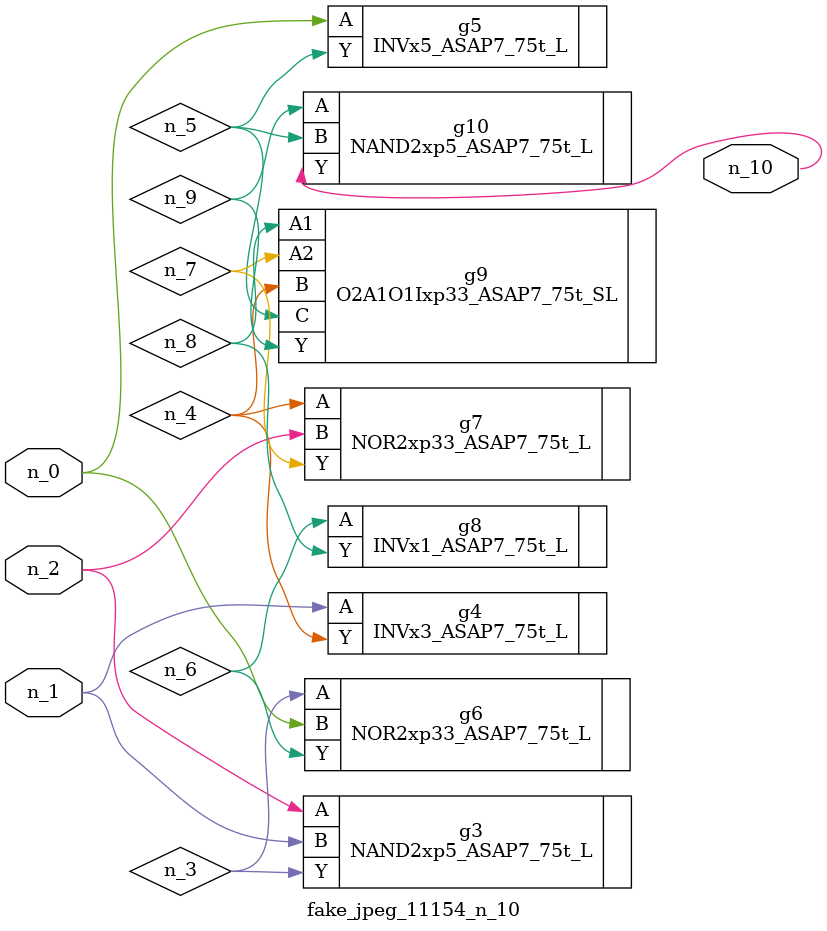
<source format=v>
module fake_jpeg_11154_n_10 (n_0, n_2, n_1, n_10);

input n_0;
input n_2;
input n_1;

output n_10;

wire n_3;
wire n_4;
wire n_8;
wire n_9;
wire n_6;
wire n_5;
wire n_7;

NAND2xp5_ASAP7_75t_L g3 ( 
.A(n_2),
.B(n_1),
.Y(n_3)
);

INVx3_ASAP7_75t_L g4 ( 
.A(n_1),
.Y(n_4)
);

INVx5_ASAP7_75t_L g5 ( 
.A(n_0),
.Y(n_5)
);

NOR2xp33_ASAP7_75t_L g6 ( 
.A(n_3),
.B(n_0),
.Y(n_6)
);

INVx1_ASAP7_75t_L g8 ( 
.A(n_6),
.Y(n_8)
);

NOR2xp33_ASAP7_75t_L g7 ( 
.A(n_4),
.B(n_2),
.Y(n_7)
);

O2A1O1Ixp33_ASAP7_75t_SL g9 ( 
.A1(n_8),
.A2(n_7),
.B(n_4),
.C(n_5),
.Y(n_9)
);

NAND2xp5_ASAP7_75t_L g10 ( 
.A(n_9),
.B(n_5),
.Y(n_10)
);


endmodule
</source>
